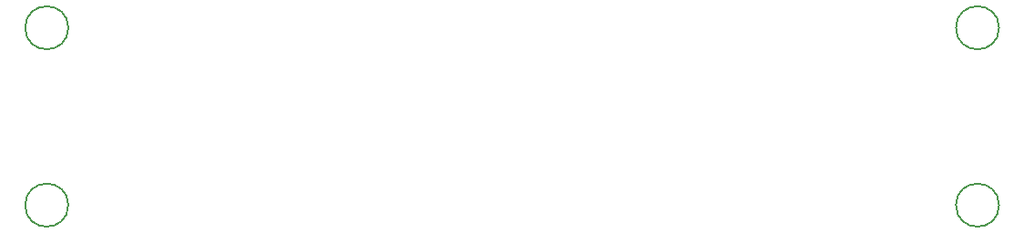
<source format=gbr>
G04 #@! TF.GenerationSoftware,KiCad,Pcbnew,5.1.8-db9833491~87~ubuntu20.04.1*
G04 #@! TF.CreationDate,2020-12-10T20:18:57-08:00*
G04 #@! TF.ProjectId,casing,63617369-6e67-42e6-9b69-6361645f7063,rev?*
G04 #@! TF.SameCoordinates,Original*
G04 #@! TF.FileFunction,Soldermask,Top*
G04 #@! TF.FilePolarity,Negative*
%FSLAX46Y46*%
G04 Gerber Fmt 4.6, Leading zero omitted, Abs format (unit mm)*
G04 Created by KiCad (PCBNEW 5.1.8-db9833491~87~ubuntu20.04.1) date 2020-12-10 20:18:57*
%MOMM*%
%LPD*%
G01*
G04 APERTURE LIST*
%ADD10C,0.150000*%
G04 APERTURE END LIST*
D10*
X213800000Y-139000000D02*
G75*
G03*
X213800000Y-139000000I-2000000J0D01*
G01*
X213800000Y-155500000D02*
G75*
G03*
X213800000Y-155500000I-2000000J0D01*
G01*
X127300000Y-155500000D02*
G75*
G03*
X127300000Y-155500000I-2000000J0D01*
G01*
X127300000Y-139000000D02*
G75*
G03*
X127300000Y-139000000I-2000000J0D01*
G01*
X213800000Y-139000000D02*
G75*
G03*
X213800000Y-139000000I-2000000J0D01*
G01*
X213800000Y-155500000D02*
G75*
G03*
X213800000Y-155500000I-2000000J0D01*
G01*
X127300000Y-155500000D02*
G75*
G03*
X127300000Y-155500000I-2000000J0D01*
G01*
X127300000Y-139000000D02*
G75*
G03*
X127300000Y-139000000I-2000000J0D01*
G01*
M02*

</source>
